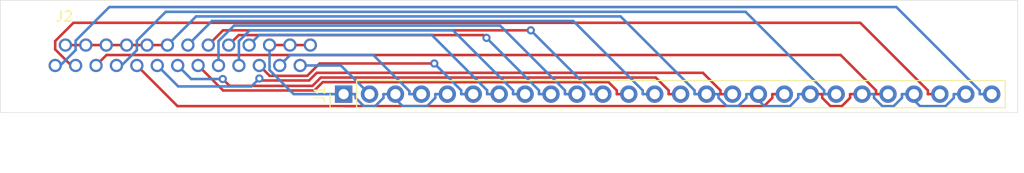
<source format=kicad_pcb>
(kicad_pcb (version 20171130) (host pcbnew "(5.1.5)-3")

  (general
    (thickness 1.6)
    (drawings 4)
    (tracks 177)
    (zones 0)
    (modules 2)
    (nets 20)
  )

  (page A4)
  (layers
    (0 F.Cu signal)
    (31 B.Cu signal)
    (32 B.Adhes user)
    (33 F.Adhes user)
    (34 B.Paste user)
    (35 F.Paste user)
    (36 B.SilkS user)
    (37 F.SilkS user)
    (38 B.Mask user)
    (39 F.Mask user)
    (40 Dwgs.User user)
    (41 Cmts.User user)
    (42 Eco1.User user)
    (43 Eco2.User user)
    (44 Edge.Cuts user)
    (45 Margin user)
    (46 B.CrtYd user)
    (47 F.CrtYd user)
    (48 B.Fab user)
    (49 F.Fab user)
  )

  (setup
    (last_trace_width 0.5)
    (user_trace_width 0.5)
    (user_trace_width 0.75)
    (trace_clearance 0.2)
    (zone_clearance 0.508)
    (zone_45_only no)
    (trace_min 0.2)
    (via_size 0.8)
    (via_drill 0.4)
    (via_min_size 0.4)
    (via_min_drill 0.3)
    (uvia_size 0.3)
    (uvia_drill 0.1)
    (uvias_allowed no)
    (uvia_min_size 0.2)
    (uvia_min_drill 0.1)
    (edge_width 0.05)
    (segment_width 0.2)
    (pcb_text_width 0.3)
    (pcb_text_size 1.5 1.5)
    (mod_edge_width 0.12)
    (mod_text_size 1 1)
    (mod_text_width 0.15)
    (pad_size 1.7 1.7)
    (pad_drill 1)
    (pad_to_mask_clearance 0.051)
    (solder_mask_min_width 0.25)
    (aux_axis_origin 0 0)
    (visible_elements 7FFFFFFF)
    (pcbplotparams
      (layerselection 0x010fc_ffffffff)
      (usegerberextensions false)
      (usegerberattributes false)
      (usegerberadvancedattributes false)
      (creategerberjobfile false)
      (excludeedgelayer true)
      (linewidth 0.100000)
      (plotframeref false)
      (viasonmask false)
      (mode 1)
      (useauxorigin false)
      (hpglpennumber 1)
      (hpglpenspeed 20)
      (hpglpendiameter 15.000000)
      (psnegative false)
      (psa4output false)
      (plotreference true)
      (plotvalue true)
      (plotinvisibletext false)
      (padsonsilk false)
      (subtractmaskfromsilk false)
      (outputformat 1)
      (mirror false)
      (drillshape 0)
      (scaleselection 1)
      (outputdirectory "gerber/"))
  )

  (net 0 "")
  (net 1 "Net-(J1-Pad26)")
  (net 2 "Net-(J1-Pad24)")
  (net 3 "Net-(J1-Pad2)")
  (net 4 "Net-(J1-Pad4)")
  (net 5 "Net-(J1-Pad6)")
  (net 6 "Net-(J1-Pad7)")
  (net 7 "Net-(J1-Pad8)")
  (net 8 "Net-(J1-Pad9)")
  (net 9 "Net-(J1-Pad10)")
  (net 10 "Net-(J1-Pad11)")
  (net 11 "Net-(J1-Pad12)")
  (net 12 "Net-(J1-Pad13)")
  (net 13 "Net-(J1-Pad14)")
  (net 14 "Net-(J1-Pad16)")
  (net 15 "Net-(J1-Pad18)")
  (net 16 "Net-(J1-Pad20)")
  (net 17 "Net-(J1-Pad22)")
  (net 18 GND)
  (net 19 VCC)

  (net_class Default "This is the default net class."
    (clearance 0.2)
    (trace_width 0.25)
    (via_dia 0.8)
    (via_drill 0.4)
    (uvia_dia 0.3)
    (uvia_drill 0.1)
    (add_net GND)
    (add_net "Net-(J1-Pad10)")
    (add_net "Net-(J1-Pad11)")
    (add_net "Net-(J1-Pad12)")
    (add_net "Net-(J1-Pad13)")
    (add_net "Net-(J1-Pad14)")
    (add_net "Net-(J1-Pad16)")
    (add_net "Net-(J1-Pad18)")
    (add_net "Net-(J1-Pad2)")
    (add_net "Net-(J1-Pad20)")
    (add_net "Net-(J1-Pad22)")
    (add_net "Net-(J1-Pad24)")
    (add_net "Net-(J1-Pad26)")
    (add_net "Net-(J1-Pad4)")
    (add_net "Net-(J1-Pad6)")
    (add_net "Net-(J1-Pad7)")
    (add_net "Net-(J1-Pad8)")
    (add_net "Net-(J1-Pad9)")
    (add_net VCC)
  )

  (net_class power ""
    (clearance 0.3)
    (trace_width 1)
    (via_dia 1.6)
    (via_drill 0.8)
    (uvia_dia 0.3)
    (uvia_drill 0.1)
  )

  (module Connector_PinHeader_2.54mm:PinHeader_1x26_P2.54mm_Vertical (layer F.Cu) (tedit 59FED5CC) (tstamp 62F710FA)
    (at 68.834 64.1985 90)
    (descr "Through hole straight pin header, 1x26, 2.54mm pitch, single row")
    (tags "Through hole pin header THT 1x26 2.54mm single row")
    (path /62F680CE)
    (fp_text reference J1 (at 0 -2.33 90) (layer F.SilkS)
      (effects (font (size 1 1) (thickness 0.15)))
    )
    (fp_text value Conn_01x26_Female (at 0 65.83 90) (layer F.Fab)
      (effects (font (size 1 1) (thickness 0.15)))
    )
    (fp_text user %R (at 0 31.75) (layer F.Fab)
      (effects (font (size 1 1) (thickness 0.15)))
    )
    (fp_line (start 1.8 -1.8) (end -1.8 -1.8) (layer F.CrtYd) (width 0.05))
    (fp_line (start 1.8 65.3) (end 1.8 -1.8) (layer F.CrtYd) (width 0.05))
    (fp_line (start -1.8 65.3) (end 1.8 65.3) (layer F.CrtYd) (width 0.05))
    (fp_line (start -1.8 -1.8) (end -1.8 65.3) (layer F.CrtYd) (width 0.05))
    (fp_line (start -1.33 -1.33) (end 0 -1.33) (layer F.SilkS) (width 0.12))
    (fp_line (start -1.33 0) (end -1.33 -1.33) (layer F.SilkS) (width 0.12))
    (fp_line (start -1.33 1.27) (end 1.33 1.27) (layer F.SilkS) (width 0.12))
    (fp_line (start 1.33 1.27) (end 1.33 64.83) (layer F.SilkS) (width 0.12))
    (fp_line (start -1.33 1.27) (end -1.33 64.83) (layer F.SilkS) (width 0.12))
    (fp_line (start -1.33 64.83) (end 1.33 64.83) (layer F.SilkS) (width 0.12))
    (fp_line (start -1.27 -0.635) (end -0.635 -1.27) (layer F.Fab) (width 0.1))
    (fp_line (start -1.27 64.77) (end -1.27 -0.635) (layer F.Fab) (width 0.1))
    (fp_line (start 1.27 64.77) (end -1.27 64.77) (layer F.Fab) (width 0.1))
    (fp_line (start 1.27 -1.27) (end 1.27 64.77) (layer F.Fab) (width 0.1))
    (fp_line (start -0.635 -1.27) (end 1.27 -1.27) (layer F.Fab) (width 0.1))
    (pad 26 thru_hole oval (at 0 63.5 90) (size 1.7 1.7) (drill 1) (layers *.Cu *.Mask)
      (net 1 "Net-(J1-Pad26)"))
    (pad 25 thru_hole oval (at 0 60.96 90) (size 1.7 1.7) (drill 1) (layers *.Cu *.Mask)
      (net 18 GND))
    (pad 24 thru_hole oval (at 0 58.42 90) (size 1.7 1.7) (drill 1) (layers *.Cu *.Mask)
      (net 2 "Net-(J1-Pad24)"))
    (pad 23 thru_hole oval (at 0 55.88 90) (size 1.7 1.7) (drill 1) (layers *.Cu *.Mask)
      (net 18 GND))
    (pad 22 thru_hole oval (at 0 53.34 90) (size 1.7 1.7) (drill 1) (layers *.Cu *.Mask)
      (net 17 "Net-(J1-Pad22)"))
    (pad 21 thru_hole oval (at 0 50.8 90) (size 1.7 1.7) (drill 1) (layers *.Cu *.Mask)
      (net 18 GND))
    (pad 20 thru_hole oval (at 0 48.26 90) (size 1.7 1.7) (drill 1) (layers *.Cu *.Mask)
      (net 16 "Net-(J1-Pad20)"))
    (pad 19 thru_hole oval (at 0 45.72 90) (size 1.7 1.7) (drill 1) (layers *.Cu *.Mask)
      (net 18 GND))
    (pad 18 thru_hole oval (at 0 43.18 90) (size 1.7 1.7) (drill 1) (layers *.Cu *.Mask)
      (net 15 "Net-(J1-Pad18)"))
    (pad 17 thru_hole oval (at 0 40.64 90) (size 1.7 1.7) (drill 1) (layers *.Cu *.Mask)
      (net 18 GND))
    (pad 16 thru_hole oval (at 0 38.1 90) (size 1.7 1.7) (drill 1) (layers *.Cu *.Mask)
      (net 14 "Net-(J1-Pad16)"))
    (pad 15 thru_hole oval (at 0 35.56 90) (size 1.7 1.7) (drill 1) (layers *.Cu *.Mask)
      (net 18 GND))
    (pad 14 thru_hole oval (at 0 33.02 90) (size 1.7 1.7) (drill 1) (layers *.Cu *.Mask)
      (net 13 "Net-(J1-Pad14)"))
    (pad 13 thru_hole oval (at 0 30.48 90) (size 1.7 1.7) (drill 1) (layers *.Cu *.Mask)
      (net 12 "Net-(J1-Pad13)"))
    (pad 12 thru_hole oval (at 0 27.94 90) (size 1.7 1.7) (drill 1) (layers *.Cu *.Mask)
      (net 11 "Net-(J1-Pad12)"))
    (pad 11 thru_hole oval (at 0 25.4 90) (size 1.7 1.7) (drill 1) (layers *.Cu *.Mask)
      (net 10 "Net-(J1-Pad11)"))
    (pad 10 thru_hole oval (at 0 22.86 90) (size 1.7 1.7) (drill 1) (layers *.Cu *.Mask)
      (net 9 "Net-(J1-Pad10)"))
    (pad 9 thru_hole oval (at 0 20.32 90) (size 1.7 1.7) (drill 1) (layers *.Cu *.Mask)
      (net 8 "Net-(J1-Pad9)"))
    (pad 8 thru_hole oval (at 0 17.78 90) (size 1.7 1.7) (drill 1) (layers *.Cu *.Mask)
      (net 7 "Net-(J1-Pad8)"))
    (pad 7 thru_hole oval (at 0 15.24 90) (size 1.7 1.7) (drill 1) (layers *.Cu *.Mask)
      (net 6 "Net-(J1-Pad7)"))
    (pad 6 thru_hole oval (at 0 12.7 90) (size 1.7 1.7) (drill 1) (layers *.Cu *.Mask)
      (net 5 "Net-(J1-Pad6)"))
    (pad 5 thru_hole oval (at 0 10.16 90) (size 1.7 1.7) (drill 1) (layers *.Cu *.Mask)
      (net 19 VCC))
    (pad 4 thru_hole oval (at 0 7.62 90) (size 1.7 1.7) (drill 1) (layers *.Cu *.Mask)
      (net 4 "Net-(J1-Pad4)"))
    (pad 3 thru_hole oval (at 0 5.08 90) (size 1.7 1.7) (drill 1) (layers *.Cu *.Mask)
      (net 19 VCC))
    (pad 2 thru_hole oval (at 0 2.54 90) (size 1.7 1.7) (drill 1) (layers *.Cu *.Mask)
      (net 3 "Net-(J1-Pad2)"))
    (pad 1 thru_hole rect (at 0 0 90) (size 1.7 1.7) (drill 1) (layers *.Cu *.Mask)
      (net 19 VCC))
    (model ${KISYS3DMOD}/Connector_PinHeader_2.54mm.3dshapes/PinHeader_1x26_P2.54mm_Vertical.wrl
      (at (xyz 0 0 0))
      (scale (xyz 1 1 1))
      (rotate (xyz 0 0 0))
    )
  )

  (module Connector:26pin_ffc_1mm (layer F.Cu) (tedit 63349608) (tstamp 62F71149)
    (at 40.5765 64.103)
    (path /62F6AA14)
    (fp_text reference J2 (at 0.89408 -7.51586) (layer F.SilkS)
      (effects (font (size 1 1) (thickness 0.15)))
    )
    (fp_text value Conn_01x26_Female (at 12.7381 0.7747) (layer F.Fab)
      (effects (font (size 1 1) (thickness 0.15)))
    )
    (fp_line (start -0.0381 -1.47066) (end -0.0381 -0.20066) (layer B.Paste) (width 0.12))
    (fp_line (start 0.99568 -1.4478) (end 0.99568 -0.1778) (layer B.Paste) (width 0.12))
    (fp_line (start 2.07518 -1.45796) (end 2.07518 -0.18796) (layer B.Paste) (width 0.12))
    (fp_line (start 4.21894 -1.44272) (end 2.94894 -1.44272) (layer B.Paste) (width 0.12))
    (fp_line (start 3.03784 -0.18796) (end 3.03784 -1.45796) (layer B.Paste) (width 0.12))
    (fp_line (start 5.48894 -0.17272) (end 4.21894 -0.17272) (layer B.Paste) (width 0.12))
    (fp_line (start 4.0132 -1.47066) (end 4.0132 -0.20066) (layer B.Paste) (width 0.12))
    (fp_line (start 6.75894 -1.44272) (end 5.48894 -1.44272) (layer B.Paste) (width 0.12))
    (fp_line (start 5.02158 -0.17526) (end 5.02158 -1.44526) (layer B.Paste) (width 0.12))
    (fp_line (start 8.02894 -0.17272) (end 6.75894 -0.17272) (layer B.Paste) (width 0.12))
    (fp_line (start 6.0198 -1.44526) (end 6.0198 -0.17526) (layer B.Paste) (width 0.12))
    (fp_line (start 9.29894 -1.44272) (end 8.02894 -1.44272) (layer B.Paste) (width 0.12))
    (fp_line (start 7.02818 -0.17526) (end 7.02818 -1.44526) (layer B.Paste) (width 0.12))
    (fp_line (start 10.56894 -0.17272) (end 9.29894 -0.17272) (layer B.Paste) (width 0.12))
    (fp_line (start 8.01878 -1.44526) (end 8.01878 -0.17526) (layer B.Paste) (width 0.12))
    (fp_line (start 11.83894 -1.44272) (end 10.56894 -1.44272) (layer B.Paste) (width 0.12))
    (fp_line (start 8.96874 -0.18796) (end 8.96874 -1.45796) (layer B.Paste) (width 0.12))
    (fp_line (start 13.10894 -0.17272) (end 11.83894 -0.17272) (layer B.Paste) (width 0.12))
    (fp_line (start 10.01014 -1.4351) (end 10.01014 -0.1651) (layer B.Paste) (width 0.12))
    (fp_line (start 14.37894 -1.44272) (end 13.10894 -1.44272) (layer B.Paste) (width 0.12))
    (fp_line (start 11.04138 -0.17526) (end 11.04138 -1.44526) (layer B.Paste) (width 0.12))
    (fp_line (start 15.64894 -0.17272) (end 14.37894 -0.17272) (layer B.Paste) (width 0.12))
    (fp_line (start 12.00404 -1.44526) (end 12.00404 -0.17526) (layer B.Paste) (width 0.12))
    (fp_line (start 16.91894 -1.44272) (end 15.64894 -1.44272) (layer B.Paste) (width 0.12))
    (fp_line (start 13.02766 -0.17018) (end 13.02766 -1.44018) (layer B.Paste) (width 0.12))
    (fp_line (start 18.18894 -0.17272) (end 16.91894 -0.17272) (layer B.Paste) (width 0.12))
    (fp_line (start 14.01318 -1.44526) (end 14.01318 -0.17526) (layer B.Paste) (width 0.12))
    (fp_line (start 19.45894 -1.44272) (end 18.18894 -1.44272) (layer B.Paste) (width 0.12))
    (fp_line (start 15.01394 -0.18034) (end 15.01394 -1.45034) (layer B.Paste) (width 0.12))
    (fp_line (start 20.72894 -0.17272) (end 19.45894 -0.17272) (layer B.Paste) (width 0.12))
    (fp_line (start 15.99692 -1.44526) (end 15.99692 -0.17526) (layer B.Paste) (width 0.12))
    (fp_line (start 21.99894 -1.44272) (end 20.72894 -1.44272) (layer B.Paste) (width 0.12))
    (fp_line (start 17.04594 -0.17018) (end 17.04594 -1.44018) (layer B.Paste) (width 0.12))
    (fp_line (start 23.26894 -0.17272) (end 21.99894 -0.17272) (layer B.Paste) (width 0.12))
    (fp_line (start 17.99082 -1.44526) (end 17.99082 -0.17526) (layer B.Paste) (width 0.12))
    (fp_line (start 24.53894 -1.44272) (end 23.26894 -1.44272) (layer B.Paste) (width 0.12))
    (fp_line (start 18.98142 -0.17526) (end 18.98142 -1.44526) (layer B.Paste) (width 0.12))
    (fp_line (start 25.80894 -0.17272) (end 24.53894 -0.17272) (layer B.Paste) (width 0.12))
    (fp_line (start 19.95424 -1.45034) (end 19.95424 -0.18034) (layer B.Paste) (width 0.12))
    (fp_line (start 21.00326 -0.18034) (end 21.00326 -1.45034) (layer B.Paste) (width 0.12))
    (fp_line (start 21.99894 -1.44272) (end 21.99894 -0.17272) (layer B.Paste) (width 0.12))
    (fp_line (start 23.01494 -0.17272) (end 23.01494 -1.44272) (layer B.Paste) (width 0.12))
    (fp_line (start 24.08174 -1.44272) (end 24.08174 -0.17272) (layer B.Paste) (width 0.12))
    (fp_line (start 25.06472 -0.16256) (end 25.06472 -1.43256) (layer B.Paste) (width 0.12))
    (fp_line (start -2 -1.44272) (end 26 -1.44272) (layer B.Paste) (width 0.12))
    (fp_line (start 26 -6.56272) (end 26 -0.17272) (layer B.Paste) (width 0.12))
    (fp_line (start -2 -6.56272) (end -2 -0.17272) (layer B.Paste) (width 0.12))
    (fp_line (start 26 -0.17272) (end -2 -0.17272) (layer B.Paste) (width 0.12))
    (fp_line (start -2 -6.56272) (end 26 -6.56272) (layer B.Paste) (width 0.12))
    (pad 25 thru_hole circle (at 1 -4.713) (size 1.3 1.3) (drill 0.86) (layers *.Cu *.Mask)
      (net 18 GND))
    (pad 26 thru_hole circle (at 0 -2.71272) (size 1.3 1.3) (drill 0.86) (layers *.Cu *.Mask)
      (net 1 "Net-(J1-Pad26)"))
    (pad 24 thru_hole circle (at 2 -2.71272) (size 1.3 1.3) (drill 0.86) (layers *.Cu *.Mask)
      (net 2 "Net-(J1-Pad24)"))
    (pad 1 thru_hole circle (at 25 -4.713) (size 1.3 1.3) (drill 0.86) (layers *.Cu *.Mask)
      (net 19 VCC))
    (pad 2 thru_hole circle (at 24 -2.71272) (size 1.3 1.3) (drill 0.86) (layers *.Cu *.Mask)
      (net 3 "Net-(J1-Pad2)"))
    (pad 3 thru_hole circle (at 23 -4.713) (size 1.3 1.3) (drill 0.86) (layers *.Cu *.Mask)
      (net 19 VCC))
    (pad 4 thru_hole circle (at 22 -2.71272) (size 1.3 1.3) (drill 0.86) (layers *.Cu *.Mask)
      (net 4 "Net-(J1-Pad4)"))
    (pad 5 thru_hole circle (at 21 -4.713) (size 1.3 1.3) (drill 0.86) (layers *.Cu *.Mask)
      (net 19 VCC))
    (pad 6 thru_hole circle (at 20 -2.71272) (size 1.3 1.3) (drill 0.86) (layers *.Cu *.Mask)
      (net 5 "Net-(J1-Pad6)"))
    (pad 7 thru_hole circle (at 19 -4.713) (size 1.3 1.3) (drill 0.86) (layers *.Cu *.Mask)
      (net 6 "Net-(J1-Pad7)"))
    (pad 8 thru_hole circle (at 18 -2.71272) (size 1.3 1.3) (drill 0.86) (layers *.Cu *.Mask)
      (net 7 "Net-(J1-Pad8)"))
    (pad 9 thru_hole circle (at 17 -4.713) (size 1.3 1.3) (drill 0.86) (layers *.Cu *.Mask)
      (net 8 "Net-(J1-Pad9)"))
    (pad 10 thru_hole circle (at 16 -2.71272) (size 1.3 1.3) (drill 0.86) (layers *.Cu *.Mask)
      (net 9 "Net-(J1-Pad10)"))
    (pad 11 thru_hole circle (at 15 -4.713) (size 1.3 1.3) (drill 0.86) (layers *.Cu *.Mask)
      (net 10 "Net-(J1-Pad11)"))
    (pad 12 thru_hole circle (at 14 -2.71272) (size 1.3 1.3) (drill 0.86) (layers *.Cu *.Mask)
      (net 11 "Net-(J1-Pad12)"))
    (pad 13 thru_hole circle (at 13 -4.713) (size 1.3 1.3) (drill 0.86) (layers *.Cu *.Mask)
      (net 12 "Net-(J1-Pad13)"))
    (pad 14 thru_hole circle (at 12 -2.71272) (size 1.3 1.3) (drill 0.86) (layers *.Cu *.Mask)
      (net 13 "Net-(J1-Pad14)"))
    (pad 15 thru_hole circle (at 11 -4.713) (size 1.3 1.3) (drill 0.86) (layers *.Cu *.Mask)
      (net 18 GND))
    (pad 16 thru_hole circle (at 10 -2.71272) (size 1.3 1.3) (drill 0.86) (layers *.Cu *.Mask)
      (net 14 "Net-(J1-Pad16)"))
    (pad 17 thru_hole circle (at 9 -4.713) (size 1.3 1.3) (drill 0.86) (layers *.Cu *.Mask)
      (net 18 GND))
    (pad 18 thru_hole circle (at 8 -2.71272) (size 1.3 1.3) (drill 0.86) (layers *.Cu *.Mask)
      (net 15 "Net-(J1-Pad18)"))
    (pad 19 thru_hole circle (at 7 -4.713) (size 1.3 1.3) (drill 0.86) (layers *.Cu *.Mask)
      (net 18 GND))
    (pad 20 thru_hole circle (at 6 -2.71272) (size 1.3 1.3) (drill 0.86) (layers *.Cu *.Mask)
      (net 16 "Net-(J1-Pad20)"))
    (pad 21 thru_hole circle (at 5 -4.713) (size 1.3 1.3) (drill 0.86) (layers *.Cu *.Mask)
      (net 18 GND))
    (pad 22 thru_hole circle (at 4 -2.71272) (size 1.3 1.3) (drill 0.86) (layers *.Cu *.Mask)
      (net 17 "Net-(J1-Pad22)"))
    (pad 23 thru_hole circle (at 3 -4.713) (size 1.3 1.3) (drill 0.86) (layers *.Cu *.Mask)
      (net 18 GND))
  )

  (gr_line (start 134.874 66) (end 134.874 55) (layer Edge.Cuts) (width 0.05))
  (gr_line (start 35.193 66) (end 35.193 55) (layer Edge.Cuts) (width 0.05))
  (gr_line (start 134.874 66) (end 35.193 66) (layer Edge.Cuts) (width 0.05))
  (gr_line (start 35.193 55) (end 134.874 55) (layer Edge.Cuts) (width 0.05))

  (segment (start 132.334 64.1985) (end 131.1587 64.1985) (width 0.25) (layer B.Cu) (net 1))
  (segment (start 40.5765 61.3903) (end 41.0766 61.3903) (width 0.25) (layer B.Cu) (net 1))
  (segment (start 41.0766 61.3903) (end 42.5765 59.8904) (width 0.25) (layer B.Cu) (net 1))
  (segment (start 42.5765 59.8904) (end 42.5765 58.968) (width 0.25) (layer B.Cu) (net 1))
  (segment (start 42.5765 58.968) (end 45.8765 55.668) (width 0.25) (layer B.Cu) (net 1))
  (segment (start 45.8765 55.668) (end 122.9955 55.668) (width 0.25) (layer B.Cu) (net 1))
  (segment (start 122.9955 55.668) (end 131.1587 63.8312) (width 0.25) (layer B.Cu) (net 1))
  (segment (start 131.1587 63.8312) (end 131.1587 64.1985) (width 0.25) (layer B.Cu) (net 1))
  (segment (start 127.254 64.1985) (end 126.0787 64.1985) (width 0.25) (layer F.Cu) (net 2))
  (segment (start 42.5765 61.3903) (end 42.1479 61.3903) (width 0.25) (layer F.Cu) (net 2))
  (segment (start 42.1479 61.3903) (end 40.576 59.8184) (width 0.25) (layer F.Cu) (net 2))
  (segment (start 40.576 59.8184) (end 40.576 59.001) (width 0.25) (layer F.Cu) (net 2))
  (segment (start 40.576 59.001) (end 42.3697 57.2073) (width 0.25) (layer F.Cu) (net 2))
  (segment (start 42.3697 57.2073) (end 119.4548 57.2073) (width 0.25) (layer F.Cu) (net 2))
  (segment (start 119.4548 57.2073) (end 126.0787 63.8312) (width 0.25) (layer F.Cu) (net 2))
  (segment (start 126.0787 63.8312) (end 126.0787 64.1985) (width 0.25) (layer F.Cu) (net 2))
  (segment (start 64.5765 61.3903) (end 68.5658 61.3903) (width 0.25) (layer B.Cu) (net 3))
  (segment (start 68.5658 61.3903) (end 71.374 64.1985) (width 0.25) (layer B.Cu) (net 3))
  (segment (start 76.454 64.1985) (end 75.2787 64.1985) (width 0.25) (layer B.Cu) (net 4))
  (segment (start 62.5765 61.3903) (end 63.6014 60.3654) (width 0.25) (layer B.Cu) (net 4))
  (segment (start 63.6014 60.3654) (end 71.7432 60.3654) (width 0.25) (layer B.Cu) (net 4))
  (segment (start 71.7432 60.3654) (end 75.2787 63.9009) (width 0.25) (layer B.Cu) (net 4))
  (segment (start 75.2787 63.9009) (end 75.2787 64.1985) (width 0.25) (layer B.Cu) (net 4))
  (segment (start 60.5765 61.3903) (end 61.5903 62.4041) (width 0.25) (layer F.Cu) (net 5))
  (segment (start 61.5903 62.4041) (end 65.2703 62.4041) (width 0.25) (layer F.Cu) (net 5))
  (segment (start 65.2703 62.4041) (end 66.4804 61.194) (width 0.25) (layer F.Cu) (net 5))
  (segment (start 66.4804 61.194) (end 77.7215 61.194) (width 0.25) (layer F.Cu) (net 5))
  (segment (start 77.7215 61.194) (end 80.3587 63.8312) (width 0.25) (layer B.Cu) (net 5))
  (segment (start 80.3587 63.8312) (end 80.3587 64.1985) (width 0.25) (layer B.Cu) (net 5))
  (segment (start 81.534 64.1985) (end 80.3587 64.1985) (width 0.25) (layer B.Cu) (net 5))
  (via (at 77.7215 61.194) (size 0.8) (layers F.Cu B.Cu) (net 5))
  (segment (start 59.5765 59.39) (end 60.567 58.3995) (width 0.25) (layer B.Cu) (net 6))
  (segment (start 60.567 58.3995) (end 77.467 58.3995) (width 0.25) (layer B.Cu) (net 6))
  (segment (start 77.467 58.3995) (end 82.8987 63.8312) (width 0.25) (layer B.Cu) (net 6))
  (segment (start 82.8987 63.8312) (end 82.8987 64.1985) (width 0.25) (layer B.Cu) (net 6))
  (segment (start 84.074 64.1985) (end 82.8987 64.1985) (width 0.25) (layer B.Cu) (net 6))
  (segment (start 86.614 64.1985) (end 85.4387 64.1985) (width 0.25) (layer B.Cu) (net 7))
  (segment (start 58.5765 61.3903) (end 58.5765 59.0028) (width 0.25) (layer B.Cu) (net 7))
  (segment (start 58.5765 59.0028) (end 59.6388 57.9405) (width 0.25) (layer B.Cu) (net 7))
  (segment (start 59.6388 57.9405) (end 79.5481 57.9405) (width 0.25) (layer B.Cu) (net 7))
  (segment (start 79.5481 57.9405) (end 85.4387 63.8311) (width 0.25) (layer B.Cu) (net 7))
  (segment (start 85.4387 63.8311) (end 85.4387 64.1985) (width 0.25) (layer B.Cu) (net 7))
  (segment (start 57.5765 59.39) (end 58.5519 58.4146) (width 0.25) (layer F.Cu) (net 8))
  (segment (start 58.5519 58.4146) (end 82.5621 58.4146) (width 0.25) (layer F.Cu) (net 8))
  (segment (start 82.5621 58.4146) (end 82.8316 58.6841) (width 0.25) (layer F.Cu) (net 8))
  (segment (start 87.9787 64.1985) (end 87.9787 63.8312) (width 0.25) (layer B.Cu) (net 8))
  (segment (start 87.9787 63.8312) (end 82.8316 58.6841) (width 0.25) (layer B.Cu) (net 8))
  (segment (start 89.154 64.1985) (end 87.9787 64.1985) (width 0.25) (layer B.Cu) (net 8))
  (via (at 82.8316 58.6841) (size 0.8) (layers F.Cu B.Cu) (net 8))
  (segment (start 91.694 64.1985) (end 90.5187 64.1985) (width 0.25) (layer B.Cu) (net 9))
  (segment (start 56.5765 61.3903) (end 56.5765 59.0014) (width 0.25) (layer B.Cu) (net 9))
  (segment (start 56.5765 59.0014) (end 58.094 57.4839) (width 0.25) (layer B.Cu) (net 9))
  (segment (start 58.094 57.4839) (end 84.1714 57.4839) (width 0.25) (layer B.Cu) (net 9))
  (segment (start 84.1714 57.4839) (end 90.5187 63.8312) (width 0.25) (layer B.Cu) (net 9))
  (segment (start 90.5187 63.8312) (end 90.5187 64.1985) (width 0.25) (layer B.Cu) (net 9))
  (segment (start 55.5765 59.39) (end 57.0196 57.9469) (width 0.25) (layer F.Cu) (net 10))
  (segment (start 57.0196 57.9469) (end 87.1744 57.9469) (width 0.25) (layer F.Cu) (net 10))
  (segment (start 93.0587 64.1985) (end 93.0587 63.8312) (width 0.25) (layer B.Cu) (net 10))
  (segment (start 93.0587 63.8312) (end 87.1744 57.9469) (width 0.25) (layer B.Cu) (net 10))
  (segment (start 94.234 64.1985) (end 93.0587 64.1985) (width 0.25) (layer B.Cu) (net 10))
  (via (at 87.1744 57.9469) (size 0.8) (layers F.Cu B.Cu) (net 10))
  (segment (start 54.5765 61.3903) (end 57.0266 63.8404) (width 0.25) (layer F.Cu) (net 11))
  (segment (start 57.0266 63.8404) (end 65.97 63.8404) (width 0.25) (layer F.Cu) (net 11))
  (segment (start 65.97 63.8404) (end 66.7872 63.0232) (width 0.25) (layer F.Cu) (net 11))
  (segment (start 66.7872 63.0232) (end 94.7908 63.0232) (width 0.25) (layer F.Cu) (net 11))
  (segment (start 94.7908 63.0232) (end 95.5987 63.8311) (width 0.25) (layer F.Cu) (net 11))
  (segment (start 95.5987 63.8311) (end 95.5987 64.1985) (width 0.25) (layer F.Cu) (net 11))
  (segment (start 96.774 64.1985) (end 95.5987 64.1985) (width 0.25) (layer F.Cu) (net 11))
  (segment (start 53.5765 59.39) (end 55.933 57.0335) (width 0.25) (layer B.Cu) (net 12))
  (segment (start 55.933 57.0335) (end 91.341 57.0335) (width 0.25) (layer B.Cu) (net 12))
  (segment (start 91.341 57.0335) (end 98.1387 63.8312) (width 0.25) (layer B.Cu) (net 12))
  (segment (start 98.1387 63.8312) (end 98.1387 64.1985) (width 0.25) (layer B.Cu) (net 12))
  (segment (start 99.314 64.1985) (end 98.1387 64.1985) (width 0.25) (layer B.Cu) (net 12))
  (segment (start 100.6787 64.1985) (end 100.6787 63.8312) (width 0.25) (layer F.Cu) (net 13))
  (segment (start 100.6787 63.8312) (end 99.4204 62.5729) (width 0.25) (layer F.Cu) (net 13))
  (segment (start 99.4204 62.5729) (end 66.6005 62.5729) (width 0.25) (layer F.Cu) (net 13))
  (segment (start 66.6005 62.5729) (end 65.7833 63.3901) (width 0.25) (layer F.Cu) (net 13))
  (segment (start 65.7833 63.3901) (end 57.667 63.3901) (width 0.25) (layer F.Cu) (net 13))
  (segment (start 57.667 63.3901) (end 56.9935 62.7166) (width 0.25) (layer F.Cu) (net 13))
  (segment (start 52.5765 61.3903) (end 53.9028 62.7166) (width 0.25) (layer B.Cu) (net 13))
  (segment (start 53.9028 62.7166) (end 56.9935 62.7166) (width 0.25) (layer B.Cu) (net 13))
  (segment (start 101.854 64.1985) (end 100.6787 64.1985) (width 0.25) (layer F.Cu) (net 13))
  (via (at 56.9935 62.7166) (size 0.8) (layers F.Cu B.Cu) (net 13))
  (segment (start 106.934 64.1985) (end 105.7587 64.1985) (width 0.25) (layer F.Cu) (net 14))
  (segment (start 60.5798 62.6648) (end 60.7753 62.8603) (width 0.25) (layer F.Cu) (net 14))
  (segment (start 60.7753 62.8603) (end 65.451 62.8603) (width 0.25) (layer F.Cu) (net 14))
  (segment (start 65.451 62.8603) (end 66.2027 62.1086) (width 0.25) (layer F.Cu) (net 14))
  (segment (start 66.2027 62.1086) (end 104.0361 62.1086) (width 0.25) (layer F.Cu) (net 14))
  (segment (start 104.0361 62.1086) (end 105.7587 63.8312) (width 0.25) (layer F.Cu) (net 14))
  (segment (start 105.7587 63.8312) (end 105.7587 64.1985) (width 0.25) (layer F.Cu) (net 14))
  (segment (start 50.5765 61.3903) (end 52.6282 63.442) (width 0.25) (layer B.Cu) (net 14))
  (segment (start 52.6282 63.442) (end 59.8026 63.442) (width 0.25) (layer B.Cu) (net 14))
  (segment (start 59.8026 63.442) (end 60.5798 62.6648) (width 0.25) (layer B.Cu) (net 14))
  (via (at 60.5798 62.6648) (size 0.8) (layers F.Cu B.Cu) (net 14))
  (segment (start 112.014 64.1985) (end 110.8387 64.1985) (width 0.25) (layer F.Cu) (net 15))
  (segment (start 48.5765 61.3903) (end 52.56 65.3738) (width 0.25) (layer F.Cu) (net 15))
  (segment (start 52.56 65.3738) (end 110.0308 65.3738) (width 0.25) (layer F.Cu) (net 15))
  (segment (start 110.0308 65.3738) (end 110.8387 64.5659) (width 0.25) (layer F.Cu) (net 15))
  (segment (start 110.8387 64.5659) (end 110.8387 64.1985) (width 0.25) (layer F.Cu) (net 15))
  (segment (start 117.094 64.1985) (end 115.9187 64.1985) (width 0.25) (layer B.Cu) (net 16))
  (segment (start 46.5765 61.3903) (end 47.0766 61.3903) (width 0.25) (layer B.Cu) (net 16))
  (segment (start 47.0766 61.3903) (end 48.5765 59.8904) (width 0.25) (layer B.Cu) (net 16))
  (segment (start 48.5765 59.8904) (end 48.5765 58.9633) (width 0.25) (layer B.Cu) (net 16))
  (segment (start 48.5765 58.9633) (end 51.4071 56.1327) (width 0.25) (layer B.Cu) (net 16))
  (segment (start 51.4071 56.1327) (end 108.2202 56.1327) (width 0.25) (layer B.Cu) (net 16))
  (segment (start 108.2202 56.1327) (end 115.9187 63.8312) (width 0.25) (layer B.Cu) (net 16))
  (segment (start 115.9187 63.8312) (end 115.9187 64.1985) (width 0.25) (layer B.Cu) (net 16))
  (segment (start 122.174 64.1985) (end 120.9987 64.1985) (width 0.25) (layer F.Cu) (net 17))
  (segment (start 44.5765 61.3903) (end 45.6012 60.3656) (width 0.25) (layer F.Cu) (net 17))
  (segment (start 45.6012 60.3656) (end 117.5331 60.3656) (width 0.25) (layer F.Cu) (net 17))
  (segment (start 117.5331 60.3656) (end 120.9987 63.8312) (width 0.25) (layer F.Cu) (net 17))
  (segment (start 120.9987 63.8312) (end 120.9987 64.1985) (width 0.25) (layer F.Cu) (net 17))
  (segment (start 51.5765 59.39) (end 54.3834 56.5831) (width 0.25) (layer B.Cu) (net 18))
  (segment (start 54.3834 56.5831) (end 95.9706 56.5831) (width 0.25) (layer B.Cu) (net 18))
  (segment (start 95.9706 56.5831) (end 103.2187 63.8312) (width 0.25) (layer B.Cu) (net 18))
  (segment (start 103.2187 63.8312) (end 103.2187 64.1985) (width 0.25) (layer B.Cu) (net 18))
  (segment (start 129.794 64.1985) (end 128.6187 64.1985) (width 0.25) (layer B.Cu) (net 18))
  (segment (start 124.1264 64.1985) (end 125.3017 65.3738) (width 0.25) (layer B.Cu) (net 18))
  (segment (start 125.3017 65.3738) (end 127.8108 65.3738) (width 0.25) (layer B.Cu) (net 18))
  (segment (start 127.8108 65.3738) (end 128.6187 64.5659) (width 0.25) (layer B.Cu) (net 18))
  (segment (start 128.6187 64.5659) (end 128.6187 64.1985) (width 0.25) (layer B.Cu) (net 18))
  (segment (start 124.1264 64.1985) (end 123.5387 64.1985) (width 0.25) (layer B.Cu) (net 18))
  (segment (start 124.714 64.1985) (end 124.1264 64.1985) (width 0.25) (layer B.Cu) (net 18))
  (segment (start 119.634 64.1985) (end 120.8093 64.1985) (width 0.25) (layer B.Cu) (net 18))
  (segment (start 120.8093 64.1985) (end 120.8093 64.5658) (width 0.25) (layer B.Cu) (net 18))
  (segment (start 120.8093 64.5658) (end 121.6173 65.3738) (width 0.25) (layer B.Cu) (net 18))
  (segment (start 121.6173 65.3738) (end 122.7308 65.3738) (width 0.25) (layer B.Cu) (net 18))
  (segment (start 122.7308 65.3738) (end 123.5387 64.5659) (width 0.25) (layer B.Cu) (net 18))
  (segment (start 123.5387 64.5659) (end 123.5387 64.1985) (width 0.25) (layer B.Cu) (net 18))
  (segment (start 119.634 64.1985) (end 118.4587 64.1985) (width 0.25) (layer F.Cu) (net 18))
  (segment (start 114.554 64.1985) (end 115.7293 64.1985) (width 0.25) (layer F.Cu) (net 18))
  (segment (start 115.7293 64.1985) (end 115.7293 64.5658) (width 0.25) (layer F.Cu) (net 18))
  (segment (start 115.7293 64.5658) (end 116.5373 65.3738) (width 0.25) (layer F.Cu) (net 18))
  (segment (start 116.5373 65.3738) (end 117.6508 65.3738) (width 0.25) (layer F.Cu) (net 18))
  (segment (start 117.6508 65.3738) (end 118.4587 64.5659) (width 0.25) (layer F.Cu) (net 18))
  (segment (start 118.4587 64.5659) (end 118.4587 64.1985) (width 0.25) (layer F.Cu) (net 18))
  (segment (start 104.394 64.1985) (end 103.2187 64.1985) (width 0.25) (layer B.Cu) (net 18))
  (segment (start 49.5765 59.39) (end 51.5765 59.39) (width 0.25) (layer F.Cu) (net 18))
  (segment (start 104.9817 64.1985) (end 105.5693 64.1985) (width 0.25) (layer B.Cu) (net 18))
  (segment (start 104.394 64.1985) (end 104.9067 64.1985) (width 0.25) (layer B.Cu) (net 18))
  (segment (start 104.9817 64.1985) (end 104.9067 64.1985) (width 0.25) (layer B.Cu) (net 18))
  (segment (start 114.554 64.1985) (end 113.3787 64.1985) (width 0.25) (layer B.Cu) (net 18))
  (segment (start 108.8864 64.1985) (end 110.0617 65.3738) (width 0.25) (layer B.Cu) (net 18))
  (segment (start 110.0617 65.3738) (end 112.5708 65.3738) (width 0.25) (layer B.Cu) (net 18))
  (segment (start 112.5708 65.3738) (end 113.3787 64.5659) (width 0.25) (layer B.Cu) (net 18))
  (segment (start 113.3787 64.5659) (end 113.3787 64.1985) (width 0.25) (layer B.Cu) (net 18))
  (segment (start 108.8864 64.1985) (end 108.2987 64.1985) (width 0.25) (layer B.Cu) (net 18))
  (segment (start 109.474 64.1985) (end 108.8864 64.1985) (width 0.25) (layer B.Cu) (net 18))
  (segment (start 105.5693 64.1985) (end 105.5693 64.5658) (width 0.25) (layer B.Cu) (net 18))
  (segment (start 105.5693 64.5658) (end 106.3773 65.3738) (width 0.25) (layer B.Cu) (net 18))
  (segment (start 106.3773 65.3738) (end 107.4908 65.3738) (width 0.25) (layer B.Cu) (net 18))
  (segment (start 107.4908 65.3738) (end 108.2987 64.5659) (width 0.25) (layer B.Cu) (net 18))
  (segment (start 108.2987 64.5659) (end 108.2987 64.1985) (width 0.25) (layer B.Cu) (net 18))
  (segment (start 43.5765 59.39) (end 41.5765 59.39) (width 0.25) (layer F.Cu) (net 18))
  (segment (start 45.5765 59.39) (end 43.5765 59.39) (width 0.25) (layer F.Cu) (net 18))
  (segment (start 47.5765 59.39) (end 49.5765 59.39) (width 0.25) (layer F.Cu) (net 18))
  (segment (start 45.5765 59.39) (end 47.5765 59.39) (width 0.25) (layer F.Cu) (net 18))
  (segment (start 61.5765 59.39) (end 61.5765 61.8341) (width 0.25) (layer B.Cu) (net 19))
  (segment (start 61.5765 61.8341) (end 63.9409 64.1985) (width 0.25) (layer B.Cu) (net 19))
  (segment (start 63.9409 64.1985) (end 67.6587 64.1985) (width 0.25) (layer B.Cu) (net 19))
  (segment (start 68.834 64.1985) (end 67.6587 64.1985) (width 0.25) (layer B.Cu) (net 19))
  (segment (start 78.994 64.1985) (end 77.8187 64.1985) (width 0.25) (layer B.Cu) (net 19))
  (segment (start 73.4455 64.1985) (end 74.6208 65.3738) (width 0.25) (layer B.Cu) (net 19))
  (segment (start 74.6208 65.3738) (end 77.0108 65.3738) (width 0.25) (layer B.Cu) (net 19))
  (segment (start 77.0108 65.3738) (end 77.8187 64.5659) (width 0.25) (layer B.Cu) (net 19))
  (segment (start 77.8187 64.5659) (end 77.8187 64.1985) (width 0.25) (layer B.Cu) (net 19))
  (segment (start 73.914 64.1985) (end 73.4455 64.1985) (width 0.25) (layer B.Cu) (net 19))
  (segment (start 73.3264 64.1985) (end 72.7387 64.1985) (width 0.25) (layer B.Cu) (net 19))
  (segment (start 73.3264 64.1985) (end 73.4455 64.1985) (width 0.25) (layer B.Cu) (net 19))
  (segment (start 68.834 64.1985) (end 70.0093 64.1985) (width 0.25) (layer B.Cu) (net 19))
  (segment (start 70.0093 64.1985) (end 70.0093 64.5659) (width 0.25) (layer B.Cu) (net 19))
  (segment (start 70.0093 64.5659) (end 70.8172 65.3738) (width 0.25) (layer B.Cu) (net 19))
  (segment (start 70.8172 65.3738) (end 71.9308 65.3738) (width 0.25) (layer B.Cu) (net 19))
  (segment (start 71.9308 65.3738) (end 72.7387 64.5659) (width 0.25) (layer B.Cu) (net 19))
  (segment (start 72.7387 64.5659) (end 72.7387 64.1985) (width 0.25) (layer B.Cu) (net 19))
  (segment (start 63.5765 59.39) (end 65.5765 59.39) (width 0.25) (layer F.Cu) (net 19))
  (segment (start 61.5765 59.39) (end 63.5765 59.39) (width 0.25) (layer F.Cu) (net 19))

)

</source>
